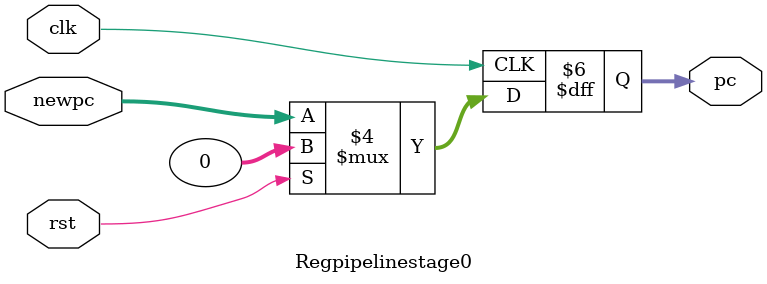
<source format=sv>
module Regpipelinestage0 (clk,newpc,pc,rst);
input wire [31:0]newpc;
input wire clk,rst;
output reg [31:0]pc;
always@(negedge clk) begin
	pc=newpc;
if (rst==1) pc=0;
end
endmodule

</source>
